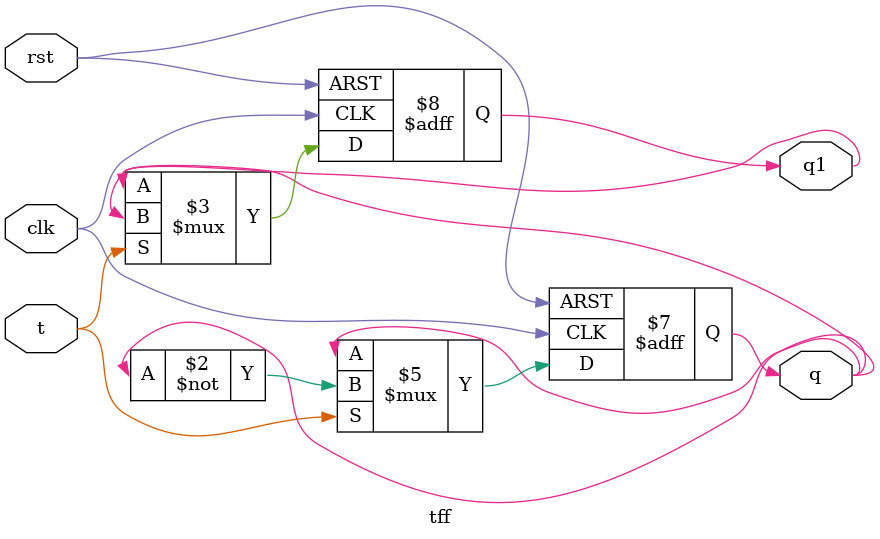
<source format=v>
`timescale 1ns / 1ps

module tff (
    input t, clk, rst,
    output reg q, q1
);
    
    always @(posedge clk or posedge rst) begin
        if (rst) begin
            q <= 1'b0;  
            q1 <= 1'b1; 
        end 
        else if (t) begin
            q <= ~q;  
            q1 <= q; 
        end 
    end

endmodule

</source>
